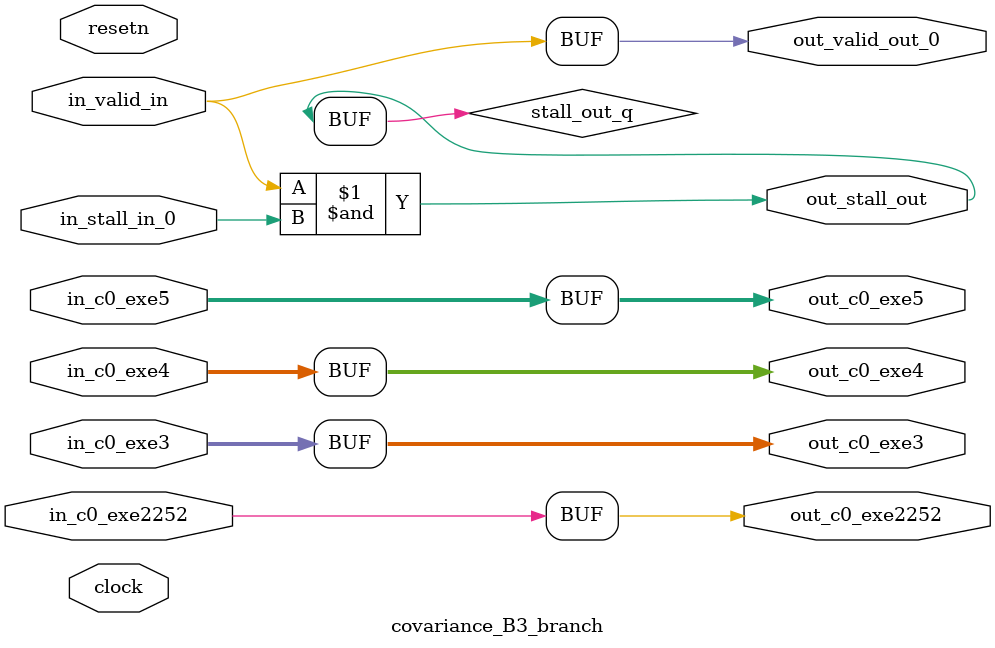
<source format=sv>



(* altera_attribute = "-name AUTO_SHIFT_REGISTER_RECOGNITION OFF; -name MESSAGE_DISABLE 10036; -name MESSAGE_DISABLE 10037; -name MESSAGE_DISABLE 14130; -name MESSAGE_DISABLE 14320; -name MESSAGE_DISABLE 15400; -name MESSAGE_DISABLE 14130; -name MESSAGE_DISABLE 10036; -name MESSAGE_DISABLE 12020; -name MESSAGE_DISABLE 12030; -name MESSAGE_DISABLE 12010; -name MESSAGE_DISABLE 12110; -name MESSAGE_DISABLE 14320; -name MESSAGE_DISABLE 13410; -name MESSAGE_DISABLE 113007; -name MESSAGE_DISABLE 10958" *)
module covariance_B3_branch (
    input wire [0:0] in_c0_exe2252,
    input wire [31:0] in_c0_exe3,
    input wire [31:0] in_c0_exe4,
    input wire [31:0] in_c0_exe5,
    input wire [0:0] in_stall_in_0,
    input wire [0:0] in_valid_in,
    output wire [0:0] out_c0_exe2252,
    output wire [31:0] out_c0_exe3,
    output wire [31:0] out_c0_exe4,
    output wire [31:0] out_c0_exe5,
    output wire [0:0] out_stall_out,
    output wire [0:0] out_valid_out_0,
    input wire clock,
    input wire resetn
    );

    wire [0:0] stall_out_q;


    // out_c0_exe2252(GPOUT,8)
    assign out_c0_exe2252 = in_c0_exe2252;

    // out_c0_exe3(GPOUT,9)
    assign out_c0_exe3 = in_c0_exe3;

    // out_c0_exe4(GPOUT,10)
    assign out_c0_exe4 = in_c0_exe4;

    // out_c0_exe5(GPOUT,11)
    assign out_c0_exe5 = in_c0_exe5;

    // stall_out(LOGICAL,14)
    assign stall_out_q = in_valid_in & in_stall_in_0;

    // out_stall_out(GPOUT,12)
    assign out_stall_out = stall_out_q;

    // out_valid_out_0(GPOUT,13)
    assign out_valid_out_0 = in_valid_in;

endmodule

</source>
